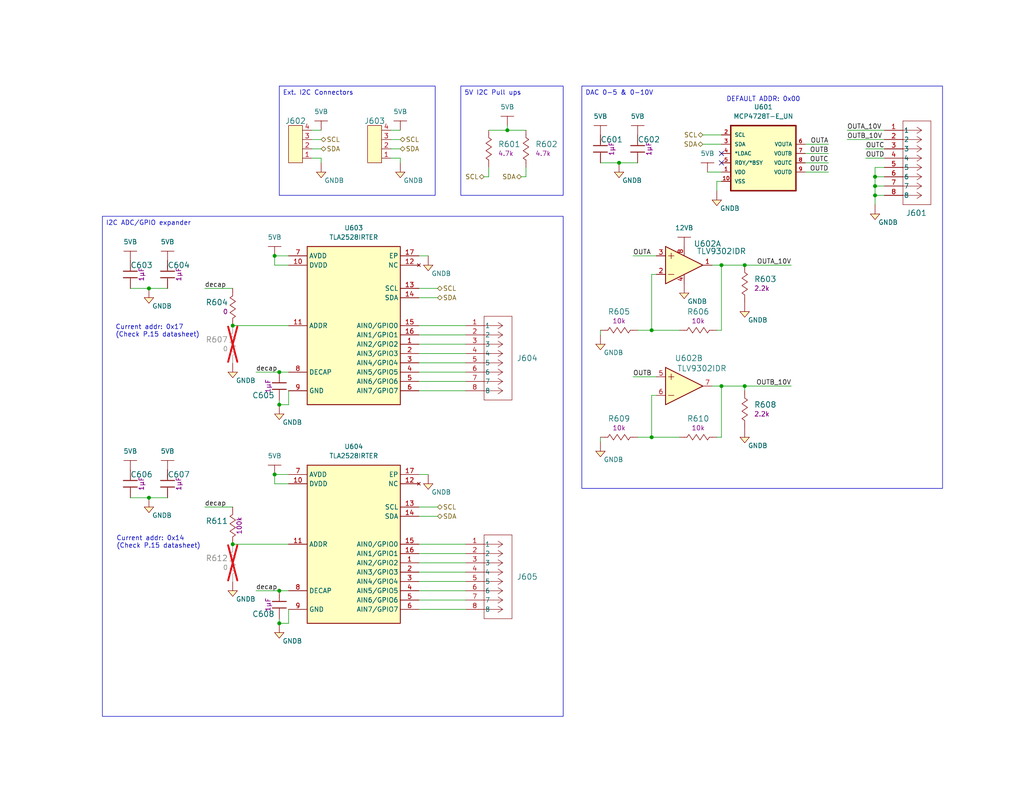
<source format=kicad_sch>
(kicad_sch (version 20231120) (generator "eeschema") (generator_version "8.0")
  (paper "USLetter")
  (title_block (title "I2C") (comment 1 "Gérémy Sauvageau"))
  (lib_symbols
    (symbol "ADC:TLA2528IRTER"
      (property "Reference" "U" (at 31.75 22.86 0))
      (property "Value" "TLA2528IRTER" (at 31.75 20.32 0))
      (symbol "TLA2528IRTER_1_1"
        (rectangle (start 5.08 17.78) (end 30.48 -25.4) (stroke (width 0.254)) (fill (type background)))
        (pin passive line (at 0 -8.89 0) (length 5.08) (name "AIN2/GPIO2") (number "1"))
        (pin passive line (at 35.56 12.7 180) (length 5.08) (name "DVDD") (number "10"))
        (pin passive line (at 35.56 -3.81 180) (length 5.08) (name "ADDR") (number "11"))
        (pin no_connect line (at 0 12.7 0) (length 5.08) (name "NC") (number "12"))
        (pin passive line (at 0 6.35 0) (length 5.08) (name "SCL") (number "13"))
        (pin passive line (at 0 3.81 0) (length 5.08) (name "SDA") (number "14"))
        (pin passive line (at 0 -3.81 0) (length 5.08) (name "AIN0/GPIO0") (number "15"))
        (pin passive line (at 0 -6.35 0) (length 5.08) (name "AIN1/GPIO1") (number "16"))
        (pin passive line (at 0 15.24 0) (length 5.08) (name "EP") (number "17"))
        (pin passive line (at 0 -11.43 0) (length 5.08) (name "AIN3/GPIO3") (number "2"))
        (pin passive line (at 0 -13.97 0) (length 5.08) (name "AIN4/GPIO4") (number "3"))
        (pin passive line (at 0 -16.51 0) (length 5.08) (name "AIN5/GPIO5") (number "4"))
        (pin passive line (at 0 -19.05 0) (length 5.08) (name "AIN6/GPIO6") (number "5"))
        (pin passive line (at 0 -21.59 0) (length 5.08) (name "AIN7/GPIO7") (number "6"))
        (pin passive line (at 35.56 15.24 180) (length 5.08) (name "AVDD") (number "7"))
        (pin passive line (at 35.56 -16.51 180) (length 5.08) (name "DECAP") (number "8"))
        (pin passive line (at 35.56 -21.59 180) (length 5.08) (name "GND") (number "9"))
      )
    )
    (symbol "Amplifiers:TLV9302IDR" (pin_names (offset 0.254))
      (property "Reference" "U" (at 0.762 -7.366 0))
      (property "Value" "TLV9302IDR" (at 0.762 -9.906 0))
      (symbol "TLV9302IDR_0_1"
        (polyline (pts (xy -3.048 -2.54) (xy -1.524 -2.54)))
        (polyline (pts (xy -3.048 2.54) (xy -1.524 2.54)))
        (polyline (pts (xy -2.286 3.302) (xy -2.286 1.778)))
        (polyline (pts (xy -3.81 5.08) (xy -3.81 -5.08) (xy 6.35 0) (xy -3.81 5.08)) (stroke (width 0.254)) (fill (type background)))
      )
      (symbol "TLV9302IDR_1_1"
        (pin output line (at 8.89 0 180) (length 2.54) (name "") (number "1"))
        (pin input line (at -6.35 -2.54 0) (length 2.54) (name "") (number "2"))
        (pin input line (at -6.35 2.54 0) (length 2.54) (name "") (number "3"))
        (pin power_in line (at 1.27 -5.08 90) (length 2.54) (name "") (number "4"))
        (pin power_in line (at 1.27 5.08 270) (length 2.54) (name "") (number "8"))
      )
      (symbol "TLV9302IDR_2_1"
        (pin input line (at -6.35 2.54 0) (length 2.54) (name "") (number "5"))
        (pin input line (at -6.35 -2.54 0) (length 2.54) (name "") (number "6"))
        (pin output line (at 8.89 0 180) (length 2.54) (name "") (number "7"))
      )
    )
    (symbol "Capacitors:885012106022" (pin_numbers hide) (pin_names (offset 0) hide)
      (property "Reference" "C" (at -1.27 4.064 0))
      (property "Capacitance (Farad)" "1µF" (at -1.27 -3.048 0))
      (symbol "885012106022_0_1"
        (polyline (pts (xy -2.54 0) (xy -2.286 0)))
        (polyline (pts (xy -2.159 1.905) (xy -2.159 -1.905)) (stroke (width 0.254)))
        (polyline (pts (xy -0.381 1.905) (xy -0.381 -1.905)) (stroke (width 0.254)))
        (polyline (pts (xy 0 0) (xy -0.254 0)))
        (polyline (pts (xy 0.635 0) (xy 1.27 0)))
      )
      (symbol "885012106022_1_1"
        (pin passive line (at -5.08 0 0) (length 2.54) (name "1") (number "1"))
        (pin passive line (at 2.54 0 180) (length 2.54) (name "2") (number "2"))
      )
    )
    (symbol "Connectors:2350514-8" (pin_names (offset 0.254))
      (property "Reference" "J" (at 8.89 6.35 0))
      (symbol "2350514-8_1_1"
        (polyline (pts (xy 5.08 -20.32) (xy 12.7 -20.32)) (stroke (width 0.127)))
        (polyline (pts (xy 5.08 2.54) (xy 5.08 -20.32)) (stroke (width 0.127)))
        (polyline (pts (xy 10.16 -17.78) (xy 5.08 -17.78)) (stroke (width 0.127)))
        (polyline (pts (xy 10.16 -17.78) (xy 8.89 -18.6267)) (stroke (width 0.127)))
        (polyline (pts (xy 10.16 -17.78) (xy 8.89 -16.9333)) (stroke (width 0.127)))
        (polyline (pts (xy 10.16 -15.24) (xy 5.08 -15.24)) (stroke (width 0.127)))
        (polyline (pts (xy 10.16 -15.24) (xy 8.89 -16.0867)) (stroke (width 0.127)))
        (polyline (pts (xy 10.16 -15.24) (xy 8.89 -14.3933)) (stroke (width 0.127)))
        (polyline (pts (xy 10.16 -12.7) (xy 5.08 -12.7)) (stroke (width 0.127)))
        (polyline (pts (xy 10.16 -12.7) (xy 8.89 -13.5467)) (stroke (width 0.127)))
        (polyline (pts (xy 10.16 -12.7) (xy 8.89 -11.8533)) (stroke (width 0.127)))
        (polyline (pts (xy 10.16 -10.16) (xy 5.08 -10.16)) (stroke (width 0.127)))
        (polyline (pts (xy 10.16 -10.16) (xy 8.89 -11.0067)) (stroke (width 0.127)))
        (polyline (pts (xy 10.16 -10.16) (xy 8.89 -9.3133)) (stroke (width 0.127)))
        (polyline (pts (xy 10.16 -7.62) (xy 5.08 -7.62)) (stroke (width 0.127)))
        (polyline (pts (xy 10.16 -7.62) (xy 8.89 -8.4667)) (stroke (width 0.127)))
        (polyline (pts (xy 10.16 -7.62) (xy 8.89 -6.7733)) (stroke (width 0.127)))
        (polyline (pts (xy 10.16 -5.08) (xy 5.08 -5.08)) (stroke (width 0.127)))
        (polyline (pts (xy 10.16 -5.08) (xy 8.89 -5.9267)) (stroke (width 0.127)))
        (polyline (pts (xy 10.16 -5.08) (xy 8.89 -4.2333)) (stroke (width 0.127)))
        (polyline (pts (xy 10.16 -2.54) (xy 5.08 -2.54)) (stroke (width 0.127)))
        (polyline (pts (xy 10.16 -2.54) (xy 8.89 -3.3867)) (stroke (width 0.127)))
        (polyline (pts (xy 10.16 -2.54) (xy 8.89 -1.6933)) (stroke (width 0.127)))
        (polyline (pts (xy 10.16 0) (xy 5.08 0)) (stroke (width 0.127)))
        (polyline (pts (xy 10.16 0) (xy 8.89 -0.8467)) (stroke (width 0.127)))
        (polyline (pts (xy 10.16 0) (xy 8.89 0.8467)) (stroke (width 0.127)))
        (polyline (pts (xy 12.7 -20.32) (xy 12.7 2.54)) (stroke (width 0.127)))
        (polyline (pts (xy 12.7 2.54) (xy 5.08 2.54)) (stroke (width 0.127)))
        (pin unspecified line (at 0 0 0) (length 5.08) (name "1") (number "1"))
        (pin unspecified line (at 0 -2.54 0) (length 5.08) (name "2") (number "2"))
        (pin unspecified line (at 0 -5.08 0) (length 5.08) (name "3") (number "3"))
        (pin unspecified line (at 0 -7.62 0) (length 5.08) (name "4") (number "4"))
        (pin unspecified line (at 0 -10.16 0) (length 5.08) (name "5") (number "5"))
        (pin unspecified line (at 0 -12.7 0) (length 5.08) (name "6") (number "6"))
        (pin unspecified line (at 0 -15.24 0) (length 5.08) (name "7") (number "7"))
        (pin unspecified line (at 0 -17.78 0) (length 5.08) (name "8") (number "8"))
      )
      (symbol "2350514-8_1_2"
        (polyline (pts (xy 5.08 -20.32) (xy 12.7 -20.32)) (stroke (width 0.127)))
        (polyline (pts (xy 5.08 2.54) (xy 5.08 -20.32)) (stroke (width 0.127)))
        (polyline (pts (xy 7.62 -17.78) (xy 5.08 -17.78)) (stroke (width 0.127)))
        (polyline (pts (xy 7.62 -17.78) (xy 8.89 -18.6267)) (stroke (width 0.127)))
        (polyline (pts (xy 7.62 -17.78) (xy 8.89 -16.9333)) (stroke (width 0.127)))
        (polyline (pts (xy 7.62 -15.24) (xy 5.08 -15.24)) (stroke (width 0.127)))
        (polyline (pts (xy 7.62 -15.24) (xy 8.89 -16.0867)) (stroke (width 0.127)))
        (polyline (pts (xy 7.62 -15.24) (xy 8.89 -14.3933)) (stroke (width 0.127)))
        (polyline (pts (xy 7.62 -12.7) (xy 5.08 -12.7)) (stroke (width 0.127)))
        (polyline (pts (xy 7.62 -12.7) (xy 8.89 -13.5467)) (stroke (width 0.127)))
        (polyline (pts (xy 7.62 -12.7) (xy 8.89 -11.8533)) (stroke (width 0.127)))
        (polyline (pts (xy 7.62 -10.16) (xy 5.08 -10.16)) (stroke (width 0.127)))
        (polyline (pts (xy 7.62 -10.16) (xy 8.89 -11.0067)) (stroke (width 0.127)))
        (polyline (pts (xy 7.62 -10.16) (xy 8.89 -9.3133)) (stroke (width 0.127)))
        (polyline (pts (xy 7.62 -7.62) (xy 5.08 -7.62)) (stroke (width 0.127)))
        (polyline (pts (xy 7.62 -7.62) (xy 8.89 -8.4667)) (stroke (width 0.127)))
        (polyline (pts (xy 7.62 -7.62) (xy 8.89 -6.7733)) (stroke (width 0.127)))
        (polyline (pts (xy 7.62 -5.08) (xy 5.08 -5.08)) (stroke (width 0.127)))
        (polyline (pts (xy 7.62 -5.08) (xy 8.89 -5.9267)) (stroke (width 0.127)))
        (polyline (pts (xy 7.62 -5.08) (xy 8.89 -4.2333)) (stroke (width 0.127)))
        (polyline (pts (xy 7.62 -2.54) (xy 5.08 -2.54)) (stroke (width 0.127)))
        (polyline (pts (xy 7.62 -2.54) (xy 8.89 -3.3867)) (stroke (width 0.127)))
        (polyline (pts (xy 7.62 -2.54) (xy 8.89 -1.6933)) (stroke (width 0.127)))
        (polyline (pts (xy 7.62 0) (xy 5.08 0)) (stroke (width 0.127)))
        (polyline (pts (xy 7.62 0) (xy 8.89 -0.8467)) (stroke (width 0.127)))
        (polyline (pts (xy 7.62 0) (xy 8.89 0.8467)) (stroke (width 0.127)))
        (polyline (pts (xy 12.7 -20.32) (xy 12.7 2.54)) (stroke (width 0.127)))
        (polyline (pts (xy 12.7 2.54) (xy 5.08 2.54)) (stroke (width 0.127)))
        (pin unspecified line (at 0 0 0) (length 5.08) (name "1") (number "1"))
        (pin unspecified line (at 0 -2.54 0) (length 5.08) (name "2") (number "2"))
        (pin unspecified line (at 0 -5.08 0) (length 5.08) (name "3") (number "3"))
        (pin unspecified line (at 0 -7.62 0) (length 5.08) (name "4") (number "4"))
        (pin unspecified line (at 0 -10.16 0) (length 5.08) (name "5") (number "5"))
        (pin unspecified line (at 0 -12.7 0) (length 5.08) (name "6") (number "6"))
        (pin unspecified line (at 0 -15.24 0) (length 5.08) (name "7") (number "7"))
        (pin unspecified line (at 0 -17.78 0) (length 5.08) (name "8") (number "8"))
      )
    )
    (symbol "Connectors:XH-4A connector" (pin_names (offset 0) hide)
      (property "Reference" "J" (at -1.27 10.16 0))
      (symbol "XH-4A connector_0_0"
        (rectangle (start -3.81 8.89) (end 0 -1.27) (fill (type background)))
      )
      (symbol "XH-4A connector_1_1"
        (pin passive line (at 2.54 0 180) (length 2.54) (name "~") (number "1"))
        (pin passive line (at 2.54 2.54 180) (length 2.54) (name "~") (number "2"))
        (pin passive line (at 2.54 5.08 180) (length 2.54) (name "~") (number "3"))
        (pin passive line (at 2.54 7.62 180) (length 2.54) (name "~") (number "4"))
      )
    )
    (symbol "DAC:MCP4728T-E_UN" (pin_names (offset 1.016))
      (property "Reference" "U" (at -4.6345 10.0076 0))
      (property "Value" "MCP4728T-E_UN" (at -5.9271 -18.2901 0))
      (symbol "MCP4728T-E_UN_0_0"
        (rectangle (start -8.89 8.89) (end 8.89 -8.89) (stroke (width 0.4064)) (fill (type background)))
      )
      (symbol "MCP4728T-E_UN_1_0"
        (pin power_in line (at -11.43 -3.81 0) (length 2.54) (name "VDD") (number "1"))
        (pin power_in line (at -11.43 -6.35 0) (length 2.54) (name "VSS") (number "10"))
        (pin input line (at -11.43 6.35 0) (length 2.54) (name "SCL") (number "2"))
        (pin bidirectional line (at -11.43 3.81 0) (length 2.54) (name "SDA") (number "3"))
        (pin input line (at -11.43 1.27 0) (length 2.54) (name "*LDAC") (number "4"))
        (pin output line (at -11.43 -1.27 0) (length 2.54) (name "RDY/*BSY") (number "5"))
        (pin output line (at 11.43 3.81 180) (length 2.54) (name "VOUTA") (number "6"))
        (pin output line (at 11.43 1.27 180) (length 2.54) (name "VOUTB") (number "7"))
        (pin output line (at 11.43 -1.27 180) (length 2.54) (name "VOUTC") (number "8"))
        (pin output line (at 11.43 -3.81 180) (length 2.54) (name "VOUTD") (number "9"))
      )
    )
    (symbol "Power_Port:12VB" (power) (pin_numbers hide) (pin_names (offset 0) hide)
      (property "Value" "12VB" (at -0.254 3.556 0))
      (symbol "12VB_0_1"
        (polyline (pts (xy -1.778 2.54) (xy 0 2.54)))
        (polyline (pts (xy 0 0) (xy 0 2.54)))
        (polyline (pts (xy 0 2.54) (xy 1.778 2.54)))
      )
      (symbol "12VB_1_1"
        (pin power_in line (at 0 0 90) (length 0) hide (name "12VB") (number "1"))
      )
    )
    (symbol "Power_Port:5VB" (power) (pin_numbers hide) (pin_names (offset 0) hide)
      (property "Value" "5VB" (at -0.254 3.556 0))
      (symbol "5VB_0_1"
        (polyline (pts (xy -1.778 2.54) (xy 0 2.54)))
        (polyline (pts (xy 0 0) (xy 0 2.54)))
        (polyline (pts (xy 0 2.54) (xy 1.778 2.54)))
      )
      (symbol "5VB_1_1"
        (pin power_in line (at 0 0 90) (length 0) hide (name "5VB") (number "1"))
      )
    )
    (symbol "Power_Port:GNDB" (power) (pin_numbers hide) (pin_names (offset 0) hide)
      (property "Value" "GNDB" (at 0 -2.54 0))
      (symbol "GNDB_0_1"
        (polyline (pts (xy 0 0) (xy 1.27 0)))
        (polyline (pts (xy -1.27 0) (xy 0 -1.524) (xy 1.27 0)) (fill (type background)))
        (polyline (pts (xy 0 2.54) (xy 0 0) (xy -1.27 0)))
      )
      (symbol "GNDB_1_1"
        (pin power_in line (at 0 2.54 90) (length 0) hide (name "GNDB") (number "1"))
      )
    )
    (symbol "Resistors:RC0805JR-070RL" (pin_numbers hide) (pin_names (offset 0) hide)
      (property "Reference" "R" (at 0 2.032 0))
      (property "Resistance (Ohms)" "0" (at 0 -1.778 0))
      (symbol "RC0805JR-070RL_0_1"
        (rectangle (start -3.048 0) (end -3.81 0))
        (polyline (pts (xy -3.048 0) (xy -2.54 0.762) (xy -2.032 0) (xy -1.524 -0.762) (xy -1.016 0) (xy -0.508 0.762) (xy 0 0) (xy 0.508 -0.762) (xy 1.016 0) (xy 1.524 0.762) (xy 2.032 0) (xy 2.54 -0.762) (xy 3.048 0)))
        (rectangle (start 3.81 0) (end 3.048 0))
      )
      (symbol "RC0805JR-070RL_1_1"
        (pin passive line (at -5.08 0 0) (length 1.27) (name "1") (number "1"))
        (pin passive line (at 5.08 0 180) (length 1.27) (name "2") (number "2"))
      )
    )
    (symbol "Resistors:RC0805JR-07100KL" (pin_numbers hide) (pin_names (offset 0) hide)
      (property "Reference" "R" (at 0 2.032 0))
      (property "Resistance (Ohms)" "100k" (at 0 -1.778 0))
      (symbol "RC0805JR-07100KL_0_1"
        (rectangle (start -3.048 0) (end -3.81 0))
        (polyline (pts (xy -3.048 0) (xy -2.54 0.762) (xy -2.032 0) (xy -1.524 -0.762) (xy -1.016 0) (xy -0.508 0.762) (xy 0 0) (xy 0.508 -0.762) (xy 1.016 0) (xy 1.524 0.762) (xy 2.032 0) (xy 2.54 -0.762) (xy 3.048 0)))
        (rectangle (start 3.81 0) (end 3.048 0))
      )
      (symbol "RC0805JR-07100KL_1_1"
        (pin passive line (at -5.08 0 0) (length 1.27) (name "1") (number "1"))
        (pin passive line (at 5.08 0 180) (length 1.27) (name "2") (number "2"))
      )
    )
    (symbol "Resistors:RC0805JR-0710KL" (pin_numbers hide) (pin_names (offset 0) hide)
      (property "Reference" "R" (at 0 2.032 0))
      (property "Resistance (Ohms)" "10k" (at 0 -1.778 0))
      (symbol "RC0805JR-0710KL_0_1"
        (rectangle (start -3.048 0) (end -3.81 0))
        (polyline (pts (xy -3.048 0) (xy -2.54 0.762) (xy -2.032 0) (xy -1.524 -0.762) (xy -1.016 0) (xy -0.508 0.762) (xy 0 0) (xy 0.508 -0.762) (xy 1.016 0) (xy 1.524 0.762) (xy 2.032 0) (xy 2.54 -0.762) (xy 3.048 0)))
        (rectangle (start 3.81 0) (end 3.048 0))
      )
      (symbol "RC0805JR-0710KL_1_1"
        (pin passive line (at -5.08 0 0) (length 1.27) (name "1") (number "1"))
        (pin passive line (at 5.08 0 180) (length 1.27) (name "2") (number "2"))
      )
    )
    (symbol "Resistors:RC0805JR-072K2L" (pin_numbers hide) (pin_names (offset 0) hide)
      (property "Reference" "R" (at 0 2.032 0))
      (property "Resistance (Ohms)" "2.2k" (at 0 -1.778 0))
      (symbol "RC0805JR-072K2L_0_1"
        (rectangle (start -3.048 0) (end -3.81 0))
        (polyline (pts (xy -3.048 0) (xy -2.54 0.762) (xy -2.032 0) (xy -1.524 -0.762) (xy -1.016 0) (xy -0.508 0.762) (xy 0 0) (xy 0.508 -0.762) (xy 1.016 0) (xy 1.524 0.762) (xy 2.032 0) (xy 2.54 -0.762) (xy 3.048 0)))
        (rectangle (start 3.81 0) (end 3.048 0))
      )
      (symbol "RC0805JR-072K2L_1_1"
        (pin passive line (at -5.08 0 0) (length 1.27) (name "1") (number "1"))
        (pin passive line (at 5.08 0 180) (length 1.27) (name "2") (number "2"))
      )
    )
    (symbol "Resistors:RC0805JR-074K7L" (pin_numbers hide) (pin_names (offset 0) hide)
      (property "Reference" "R" (at 0 2.032 0))
      (property "Resistance (Ohms)" "4.7k" (at 0 -1.778 0))
      (symbol "RC0805JR-074K7L_0_1"
        (rectangle (start -3.048 0) (end -3.81 0))
        (polyline (pts (xy -3.048 0) (xy -2.54 0.762) (xy -2.032 0) (xy -1.524 -0.762) (xy -1.016 0) (xy -0.508 0.762) (xy 0 0) (xy 0.508 -0.762) (xy 1.016 0) (xy 1.524 0.762) (xy 2.032 0) (xy 2.54 -0.762) (xy 3.048 0)))
        (rectangle (start 3.81 0) (end 3.048 0))
      )
      (symbol "RC0805JR-074K7L_1_1"
        (pin passive line (at -5.08 0 0) (length 1.27) (name "1") (number "1"))
        (pin passive line (at 5.08 0 180) (length 1.27) (name "2") (number "2"))
      )
    )
  )
  (junction (at 63.5 148.59))
  (junction (at 76.2 101.6))
  (junction (at 74.93 129.54))
  (junction (at 40.64 78.74))
  (junction (at 76.2 170.18))
  (junction (at 196.85 105.41))
  (junction (at 138.43 35.56))
  (junction (at 76.2 110.49))
  (junction (at 177.8 90.17))
  (junction (at 238.76 50.8))
  (junction (at 74.93 69.85))
  (junction (at 177.8 119.38))
  (junction (at 203.2 72.39))
  (junction (at 168.91 44.45))
  (junction (at 76.2 161.29))
  (junction (at 40.64 135.89))
  (junction (at 238.76 53.34))
  (junction (at 238.76 48.26))
  (junction (at 196.85 72.39))
  (junction (at 203.2 105.41))
  (junction (at 63.5 88.9))
  (no_connect (at 196.85 41.91))
  (no_connect (at 196.85 44.45))
  (wire (pts (xy 215.9 72.39) (xy 203.2 72.39)))
  (wire (pts (xy 114.3 101.6) (xy 127 101.6)))
  (wire (pts (xy 163.83 44.45) (xy 168.91 44.45)))
  (wire (pts (xy 236.22 40.64) (xy 241.3 40.64)))
  (wire (pts (xy 231.14 35.56) (xy 241.3 35.56)))
  (wire (pts (xy 85.09 43.18) (xy 87.63 43.18)))
  (wire (pts (xy 196.85 105.41) (xy 203.2 105.41)))
  (wire (pts (xy 114.3 163.83) (xy 127 163.83)))
  (wire (pts (xy 85.09 38.1) (xy 87.63 38.1)))
  (wire (pts (xy 241.3 45.72) (xy 238.76 45.72)))
  (wire (pts (xy 219.71 39.37) (xy 226.06 39.37)))
  (wire (pts (xy 109.22 43.18) (xy 109.22 44.45)))
  (wire (pts (xy 114.3 93.98) (xy 127 93.98)))
  (wire (pts (xy 114.3 156.21) (xy 127 156.21)))
  (wire (pts (xy 63.5 88.9) (xy 78.74 88.9)))
  (wire (pts (xy 219.71 41.91) (xy 226.06 41.91)))
  (wire (pts (xy 143.51 45.72) (xy 143.51 48.26)))
  (wire (pts (xy 238.76 53.34) (xy 238.76 55.88)))
  (wire (pts (xy 35.56 78.74) (xy 40.64 78.74)))
  (wire (pts (xy 238.76 50.8) (xy 238.76 53.34)))
  (wire (pts (xy 196.85 46.99) (xy 193.04 46.99)))
  (wire (pts (xy 163.83 90.17) (xy 163.83 91.44)))
  (wire (pts (xy 78.74 132.08) (xy 74.93 132.08)))
  (wire (pts (xy 196.85 105.41) (xy 196.85 119.38)))
  (wire (pts (xy 168.91 44.45) (xy 173.99 44.45)))
  (wire (pts (xy 78.74 110.49) (xy 78.74 106.68)))
  (wire (pts (xy 76.2 101.6) (xy 78.74 101.6)))
  (wire (pts (xy 195.58 52.07) (xy 195.58 49.53)))
  (wire (pts (xy 163.83 119.38) (xy 163.83 120.65)))
  (wire (pts (xy 74.93 132.08) (xy 74.93 129.54)))
  (wire (pts (xy 78.74 170.18) (xy 78.74 166.37)))
  (wire (pts (xy 133.35 35.56) (xy 138.43 35.56)))
  (wire (pts (xy 173.99 119.38) (xy 177.8 119.38)))
  (wire (pts (xy 106.68 35.56) (xy 109.22 35.56)))
  (wire (pts (xy 87.63 43.18) (xy 87.63 44.45)))
  (wire (pts (xy 114.3 151.13) (xy 127 151.13)))
  (wire (pts (xy 76.2 170.18) (xy 76.2 168.91)))
  (wire (pts (xy 106.68 43.18) (xy 109.22 43.18)))
  (wire (pts (xy 40.64 78.74) (xy 45.72 78.74)))
  (wire (pts (xy 241.3 53.34) (xy 238.76 53.34)))
  (wire (pts (xy 114.3 166.37) (xy 127 166.37)))
  (wire (pts (xy 219.71 44.45) (xy 226.06 44.45)))
  (wire (pts (xy 114.3 78.74) (xy 119.38 78.74)))
  (wire (pts (xy 76.2 161.29) (xy 78.74 161.29)))
  (wire (pts (xy 114.3 106.68) (xy 127 106.68)))
  (wire (pts (xy 196.85 72.39) (xy 203.2 72.39)))
  (wire (pts (xy 114.3 88.9) (xy 127 88.9)))
  (wire (pts (xy 76.2 170.18) (xy 78.74 170.18)))
  (wire (pts (xy 40.64 135.89) (xy 45.72 135.89)))
  (wire (pts (xy 238.76 45.72) (xy 238.76 48.26)))
  (wire (pts (xy 63.5 148.59) (xy 78.74 148.59)))
  (wire (pts (xy 177.8 74.93) (xy 177.8 90.17)))
  (wire (pts (xy 194.31 72.39) (xy 196.85 72.39)))
  (wire (pts (xy 172.72 102.87) (xy 179.07 102.87)))
  (wire (pts (xy 203.2 105.41) (xy 215.9 105.41)))
  (wire (pts (xy 114.3 158.75) (xy 127 158.75)))
  (wire (pts (xy 194.31 105.41) (xy 196.85 105.41)))
  (wire (pts (xy 195.58 119.38) (xy 196.85 119.38)))
  (wire (pts (xy 114.3 69.85) (xy 116.84 69.85)))
  (wire (pts (xy 85.09 40.64) (xy 87.63 40.64)))
  (wire (pts (xy 114.3 129.54) (xy 116.84 129.54)))
  (wire (pts (xy 173.99 90.17) (xy 177.8 90.17)))
  (wire (pts (xy 76.2 110.49) (xy 78.74 110.49)))
  (wire (pts (xy 76.2 110.49) (xy 76.2 109.22)))
  (wire (pts (xy 238.76 48.26) (xy 238.76 50.8)))
  (wire (pts (xy 114.3 153.67) (xy 127 153.67)))
  (wire (pts (xy 177.8 119.38) (xy 185.42 119.38)))
  (wire (pts (xy 191.77 36.83) (xy 196.85 36.83)))
  (wire (pts (xy 85.09 35.56) (xy 87.63 35.56)))
  (wire (pts (xy 63.5 138.43) (xy 55.88 138.43)))
  (wire (pts (xy 195.58 49.53) (xy 196.85 49.53)))
  (wire (pts (xy 69.85 161.29) (xy 76.2 161.29)))
  (wire (pts (xy 63.5 78.74) (xy 55.88 78.74)))
  (wire (pts (xy 114.3 161.29) (xy 127 161.29)))
  (wire (pts (xy 203.2 105.41) (xy 203.2 106.68)))
  (wire (pts (xy 238.76 50.8) (xy 241.3 50.8)))
  (wire (pts (xy 179.07 74.93) (xy 177.8 74.93)))
  (wire (pts (xy 106.68 40.64) (xy 109.22 40.64)))
  (wire (pts (xy 238.76 48.26) (xy 241.3 48.26)))
  (wire (pts (xy 114.3 138.43) (xy 119.38 138.43)))
  (wire (pts (xy 191.77 39.37) (xy 196.85 39.37)))
  (wire (pts (xy 138.43 34.29) (xy 138.43 35.56)))
  (wire (pts (xy 106.68 38.1) (xy 109.22 38.1)))
  (wire (pts (xy 196.85 90.17) (xy 196.85 72.39)))
  (wire (pts (xy 114.3 104.14) (xy 127 104.14)))
  (wire (pts (xy 114.3 140.97) (xy 119.38 140.97)))
  (wire (pts (xy 78.74 72.39) (xy 74.93 72.39)))
  (wire (pts (xy 133.35 45.72) (xy 133.35 48.26)))
  (wire (pts (xy 177.8 90.17) (xy 185.42 90.17)))
  (wire (pts (xy 219.71 46.99) (xy 226.06 46.99)))
  (wire (pts (xy 177.8 107.95) (xy 177.8 119.38)))
  (wire (pts (xy 114.3 91.44) (xy 127 91.44)))
  (wire (pts (xy 74.93 72.39) (xy 74.93 69.85)))
  (wire (pts (xy 74.93 69.85) (xy 78.74 69.85)))
  (wire (pts (xy 74.93 129.54) (xy 78.74 129.54)))
  (wire (pts (xy 114.3 96.52) (xy 127 96.52)))
  (wire (pts (xy 231.14 38.1) (xy 241.3 38.1)))
  (wire (pts (xy 69.85 101.6) (xy 76.2 101.6)))
  (wire (pts (xy 236.22 43.18) (xy 241.3 43.18)))
  (wire (pts (xy 138.43 35.56) (xy 143.51 35.56)))
  (wire (pts (xy 172.72 69.85) (xy 179.07 69.85)))
  (wire (pts (xy 35.56 135.89) (xy 40.64 135.89)))
  (wire (pts (xy 114.3 81.28) (xy 119.38 81.28)))
  (wire (pts (xy 114.3 148.59) (xy 127 148.59)))
  (wire (pts (xy 132.08 48.26) (xy 133.35 48.26)))
  (wire (pts (xy 114.3 99.06) (xy 127 99.06)))
  (wire (pts (xy 142.24 48.26) (xy 143.51 48.26)))
  (wire (pts (xy 179.07 107.95) (xy 177.8 107.95)))
  (wire (pts (xy 195.58 90.17) (xy 196.85 90.17)))
  (text_box "Ext. I2C Connectors" (at 76.2 23.495 0) (size 42.545 29.845) (effects (font (size 1.27 1.27)) (justify left top)))
  (text_box "5V I2C Pull ups" (at 125.73 23.495 0) (size 27.94 29.845) (effects (font (size 1.27 1.27)) (justify left top)))
  (text_box "I2C ADC/GPIO expander" (at 27.94 59.055 0) (size 125.73 136.525) (effects (font (size 1.27 1.27)) (justify left top)))
  (text_box "DAC 0-5 & 0-10V" (at 158.75 23.495 0) (size 98.425 109.855) (effects (font (size 1.27 1.27)) (justify left top)))
  (text "Current addr: 0x17 \n(Check P.15 datasheet)" (at 31.496 92.202 0) (effects (font (size 1.27 1.27)) (justify left bottom)))
  (text "Current addr: 0x14 \n(Check P.15 datasheet)" (at 31.75 149.86 0) (effects (font (size 1.27 1.27)) (justify left bottom)))
  (text "DEFAULT ADDR: 0x00" (at 208.28 27.178 0) (effects (font (size 1.27 1.27))))
  (label "OUTB" (at 172.72 102.87 0))
  (label "OUTA" (at 226.06 39.37 180))
  (label "OUTC" (at 226.06 44.45 180))
  (label "OUTA_10V" (at 231.14 35.56 0))
  (label "decap" (at 69.85 101.6 0))
  (label "OUTA_10V" (at 215.9 72.39 180))
  (label "decap" (at 55.88 78.74 0))
  (label "OUTA" (at 172.72 69.85 0))
  (label "OUTC" (at 236.22 40.64 0))
  (label "OUTD" (at 226.06 46.99 180))
  (label "OUTB_10V" (at 231.14 38.1 0))
  (label "OUTD" (at 236.22 43.18 0))
  (label "OUTB" (at 226.06 41.91 180))
  (label "decap" (at 55.88 138.43 0))
  (label "OUTB_10V" (at 215.9 105.41 180))
  (label "decap" (at 69.85 161.29 0))
  (hierarchical_label "SDA" (shape bidirectional) (at 119.38 81.28 0))
  (hierarchical_label "SCL" (shape bidirectional) (at 119.38 78.74 0))
  (hierarchical_label "SDA" (shape bidirectional) (at 142.24 48.26 180))
  (hierarchical_label "SCL" (shape bidirectional) (at 132.08 48.26 180))
  (hierarchical_label "SCL" (shape bidirectional) (at 191.77 36.83 180))
  (hierarchical_label "SDA" (shape bidirectional) (at 87.63 40.64 0))
  (hierarchical_label "SCL" (shape bidirectional) (at 119.38 138.43 0))
  (hierarchical_label "SDA" (shape bidirectional) (at 109.22 40.64 0))
  (hierarchical_label "SDA" (shape bidirectional) (at 191.77 39.37 180))
  (hierarchical_label "SCL" (shape bidirectional) (at 87.63 38.1 0))
  (hierarchical_label "SCL" (shape bidirectional) (at 109.22 38.1 0))
  (hierarchical_label "SDA" (shape bidirectional) (at 119.38 140.97 0))
  (symbol (lib_id "Amplifiers:TLV9302IDR") (at 185.42 105.41 0) (unit 2)
    (property "Reference" "U602" (at 187.96 97.79 0) (effects (font (size 1.524 1.524))))
    (property "Value" "TLV9302IDR" (at 191.516 100.584 0) (effects (font (size 1.524 1.524))))
    (property "Footprint" "Assembly:IC8_TLV9302IDR_TEX" (effects (hide yes)))
    (property "Datasheet" "https://www.ti.com/lit/ds/symlink/tlv9301.pdf?HQS=dis-dk-null-digikeymode-dsf-pf-null-wwe&ts=1715651561791" (effects (hide yes)))
    (property "Description" "IC OPAMP GP 2 CIRCUIT 8SOIC" (effects (hide yes)))
    (property "Manufacturer" "Texas Instruments" (effects (hide yes)))
    (property "Manufacturer Part Number" "TLV9302IDR" (effects (hide yes)))
    (property "Supplier" "Digikey" (effects (hide yes)))
    (property "Supplier Part Number" "296-53513-1-ND" (effects (hide yes)))
  )
  (symbol (lib_id "Power_Port:GNDB") (at 195.58 54.61 0) (unit 1)
    (property "Reference" "#PWR0610" (effects (hide yes)))
    (property "Value" "GNDB" (at 199.136 56.896 0))
  )
  (symbol (lib_id "Power_Port:GNDB") (at 76.2 113.03 0) (unit 1)
    (property "Reference" "#PWR0622" (effects (hide yes)))
    (property "Value" "GNDB" (at 79.756 115.316 0))
  )
  (symbol (lib_id "Capacitors:885012106022") (at 35.56 130.81 90) (unit 1)
    (property "Reference" "C606" (at 35.56 129.54 90) (effects (font (size 1.524 1.524)) (justify right)))
    (property "Value" "885012107015" (effects (hide yes)))
    (property "Footprint" "Capacitors:C0603" (effects (hide yes)))
    (property "Datasheet" "https://www.we-online.de/katalog/datasheet/885012106022.pdf" (effects (hide yes)))
    (property "Description" "CAP CER 1UF 25V X5R 0603" (effects (hide yes)))
    (property "Supplier" "Digikey" (effects (hide yes)))
    (property "Supplier Part Number" "732-7919-1-ND" (effects (hide yes)))
    (property "Manufacturer" "Wurth Electronics Inc." (effects (hide yes)))
    (property "Manufacturer Part Number" "885012106022" (effects (hide yes)))
    (property "Capacitance (Farad)" "1µF" (at 38.608 132.08 0))
    (property "Tolerance (%)" "±20%" (effects (hide yes)))
    (property "Voltage Rated (Volt)" "25V" (effects (hide yes)))
  )
  (symbol (lib_id "Resistors:RC0805JR-072K2L") (at 203.2 111.76 90) (unit 1)
    (property "Reference" "R608" (at 205.74 110.4899 90) (effects (font (size 1.524 1.524)) (justify right)))
    (property "Value" "RC0805JR-072K2L" (effects (hide yes)))
    (property "Footprint" "Resistors:R0805" (effects (hide yes)))
    (property "Datasheet" "http://www.yageo.com/documents/recent/PYu-RC_Group_51_RoHS_L_7.pdf" (effects (hide yes)))
    (property "Description" "RES SMD 2.2K OHM 5% 1/8W 0805" (effects (hide yes)))
    (property "Supplier" "Digikey" (effects (hide yes)))
    (property "Supplier Part Number" "311-2.2KARCT-ND" (effects (hide yes)))
    (property "Manufacturer" "Yageo" (effects (hide yes)))
    (property "Manufacturer Part Number" "RC0805JR-072K2L" (effects (hide yes)))
    (property "Resistance (Ohms)" "2.2k" (at 205.74 113.0299 90) (effects (justify right)))
    (property "Tolerance (%)" "±5%" (effects (hide yes)))
    (property "Puissance (Watts)" "1/8W" (effects (hide yes)))
  )
  (symbol (lib_id "Power_Port:GNDB") (at 203.2 119.38 0) (unit 1)
    (property "Reference" "#PWR0623" (effects (hide yes)))
    (property "Value" "GNDB" (at 206.756 121.666 0))
  )
  (symbol (lib_id "DAC:MCP4728T-E_UN") (at 208.28 43.18 0) (unit 1)
    (property "Reference" "U601" (at 208.28 29.21 0))
    (property "Value" "MCP4728T-E_UN" (at 208.28 31.75 0))
    (property "Footprint" "IC:SOP50P490X110-10N" (effects (hide yes)))
    (property "Datasheet" "https://ww1.microchip.com/downloads/en/DeviceDoc/22187E.pdf" (effects (hide yes)))
    (property "Description" "DAC 12bit 4ch" (effects (hide yes)))
    (property "Supplier" "Digikey" (effects (hide yes)))
    (property "Supplier Part Number" "MCP4728T-E/UNCT-ND" (effects (hide yes)))
    (property "Manufacturer" "Microchip" (effects (hide yes)))
    (property "Manufacturer Part Number" "MCP4728T-E_UN" (effects (hide yes)))
  )
  (symbol (lib_id "Capacitors:885012106022") (at 163.83 39.37 90) (unit 1)
    (property "Reference" "C601" (at 163.83 38.1 90) (effects (font (size 1.524 1.524)) (justify right)))
    (property "Value" "885012107015" (effects (hide yes)))
    (property "Footprint" "Capacitors:C0603" (effects (hide yes)))
    (property "Datasheet" "https://www.we-online.de/katalog/datasheet/885012106022.pdf" (effects (hide yes)))
    (property "Description" "CAP CER 1UF 25V X5R 0603" (effects (hide yes)))
    (property "Supplier" "Digikey" (effects (hide yes)))
    (property "Supplier Part Number" "732-7919-1-ND" (effects (hide yes)))
    (property "Manufacturer" "Wurth Electronics Inc." (effects (hide yes)))
    (property "Manufacturer Part Number" "885012106022" (effects (hide yes)))
    (property "Capacitance (Farad)" "1µF" (at 166.878 40.64 0))
    (property "Tolerance (%)" "±20%" (effects (hide yes)))
    (property "Voltage Rated (Volt)" "25V" (effects (hide yes)))
  )
  (symbol (lib_id "Connectors:2350514-8") (at 127 148.59 0) (unit 1)
    (property "Reference" "J605" (at 140.97 157.4799 0) (effects (font (size 1.524 1.524)) (justify left)))
    (property "Value" "2350514-8" (effects (hide yes)))
    (property "Footprint" "Connectors:CONN8_2350514-8_TEC" (effects (hide yes)))
    (property "Description" "Terminal block 8pos 3.5mm" (effects (hide yes)))
    (property "Manufacturer" "TE Connectivity" (effects (hide yes)))
    (property "Manufacturer Part Number" "2350514-8" (effects (hide yes)))
    (property "Supplier" "Digikey" (effects (hide yes)))
    (property "Supplier Part Number" "A145383-ND" (effects (hide yes)))
  )
  (symbol (lib_id "Power_Port:5VB") (at 87.63 35.56 0) (unit 1)
    (property "Reference" "#PWR0602" (effects (hide yes)))
    (property "Value" "5VB" (at 87.63 30.48 0))
  )
  (symbol (lib_id "Power_Port:5VB") (at 138.43 34.29 0) (unit 1)
    (property "Reference" "#PWR0601" (effects (hide yes)))
    (property "Value" "5VB" (at 138.43 29.21 0))
  )
  (symbol (lib_id "Connectors:2350514-8") (at 241.3 35.56 0) (unit 1)
    (property "Reference" "J601" (at 247.142 58.166 0) (effects (font (size 1.524 1.524)) (justify left)))
    (property "Value" "2350514-8" (effects (hide yes)))
    (property "Footprint" "Connectors:CONN8_2350514-8_TEC" (effects (hide yes)))
    (property "Description" "Terminal block 8pos 3.5mm" (effects (hide yes)))
    (property "Manufacturer" "TE Connectivity" (effects (hide yes)))
    (property "Manufacturer Part Number" "2350514-8" (effects (hide yes)))
    (property "Supplier" "Digikey" (effects (hide yes)))
    (property "Supplier Part Number" "A145383-ND" (effects (hide yes)))
  )
  (symbol (lib_id "Power_Port:GNDB") (at 168.91 46.99 0) (unit 1)
    (property "Reference" "#PWR0608" (effects (hide yes)))
    (property "Value" "GNDB" (at 172.466 49.276 0))
  )
  (symbol (lib_id "Power_Port:5VB") (at 35.56 71.12 0) (unit 1)
    (property "Reference" "#PWR0614" (effects (hide yes)))
    (property "Value" "5VB" (at 35.56 66.04 0))
  )
  (symbol (lib_id "Power_Port:GNDB") (at 87.63 46.99 0) (unit 1)
    (property "Reference" "#PWR0606" (effects (hide yes)))
    (property "Value" "GNDB" (at 91.186 49.276 0))
  )
  (symbol (lib_id "Power_Port:GNDB") (at 40.64 81.28 0) (unit 1)
    (property "Reference" "#PWR0618" (effects (hide yes)))
    (property "Value" "GNDB" (at 44.196 83.566 0))
  )
  (symbol (lib_id "Power_Port:5VB") (at 163.83 36.83 0) (unit 1)
    (property "Reference" "#PWR0604" (effects (hide yes)))
    (property "Value" "5VB" (at 163.83 31.75 0))
  )
  (symbol (lib_id "ADC:TLA2528IRTER") (at 114.3 85.09 0) (mirror y) (unit 1)
    (property "Reference" "U603" (at 96.52 62.23 0))
    (property "Value" "TLA2528IRTER" (at 96.52 64.77 0))
    (property "Footprint" "QFN50P300X300X80-17N-D" (effects (hide yes)))
    (property "Datasheet" "https://www.ti.com/lit/ds/symlink/tla2528.pdf?ts=1596615195592&ref_url=https%253A%252F%252Fwww.ti.com%252Fproduct%252FTLA2528%253Futm_source%253Dgoogle%2526utm_medium%253Dcpc%2526utm_campaign%253Dasc-null-null-gpn_en-cpc-pf-google-eu%2526utm_content%253Dt" (effects (hide yes)))
    (property "Description" "Analog to Digital Converters - ADC Small 8-channel 12-bit analog-to-digital converter (ADC) with I2C interface and GPIOs 16-WQFN -40 to 85" (effects (hide yes)))
    (property "Height" "0.8" (effects (hide yes)))
    (property "Mouser Part Number" "595-TLA2528IRTER" (effects (hide yes)))
    (property "Mouser Price/Stock" "https://www.mouser.co.uk/ProductDetail/Texas-Instruments/TLA2528IRTER?qs=%252B6g0mu59x7KfRzJN7APgZw%3D%3D" (effects (hide yes)))
    (property "Manufacturer_Name" "Texas Instruments" (effects (hide yes)))
    (property "Manufacturer_Part_Number" "TLA2528IRTER" (effects (hide yes)))
  )
  (symbol (lib_id "Power_Port:GNDB") (at 40.64 138.43 0) (unit 1)
    (property "Reference" "#PWR0629" (effects (hide yes)))
    (property "Value" "GNDB" (at 44.196 140.716 0))
  )
  (symbol (lib_id "Connectors:XH-4A connector") (at 104.14 43.18 0) (unit 1)
    (property "Reference" "J603" (at 102.235 33.02 0) (effects (font (size 1.524 1.524))))
    (property "Value" "XH-4A connector" (effects (hide yes)))
    (property "Footprint" "Connectors:XH-4A" (effects (hide yes)))
    (property "Datasheet" "D" (effects (hide yes)))
    (property "Description" "Pin Male Single Row Pin Header Strip" (effects (hide yes)))
    (property "Supplier" "Ebay" (effects (hide yes)))
    (property "Manufacturer" "Manufacturer" (effects (hide yes)))
    (property "Manufacturer Part Number" "Manufacturer Part Number" (effects (hide yes)))
  )
  (symbol (lib_id "Resistors:RC0805JR-072K2L") (at 203.2 77.47 90) (unit 1)
    (property "Reference" "R603" (at 205.74 76.1999 90) (effects (font (size 1.524 1.524)) (justify right)))
    (property "Value" "RC0805JR-072K2L" (effects (hide yes)))
    (property "Footprint" "Resistors:R0805" (effects (hide yes)))
    (property "Datasheet" "http://www.yageo.com/documents/recent/PYu-RC_Group_51_RoHS_L_7.pdf" (effects (hide yes)))
    (property "Description" "RES SMD 2.2K OHM 5% 1/8W 0805" (effects (hide yes)))
    (property "Supplier" "Digikey" (effects (hide yes)))
    (property "Supplier Part Number" "311-2.2KARCT-ND" (effects (hide yes)))
    (property "Manufacturer" "Yageo" (effects (hide yes)))
    (property "Manufacturer Part Number" "RC0805JR-072K2L" (effects (hide yes)))
    (property "Resistance (Ohms)" "2.2k" (at 205.74 78.7399 90) (effects (justify right)))
    (property "Tolerance (%)" "±5%" (effects (hide yes)))
    (property "Puissance (Watts)" "1/8W" (effects (hide yes)))
  )
  (symbol (lib_id "Power_Port:GNDB") (at 203.2 85.09 0) (unit 1)
    (property "Reference" "#PWR0619" (effects (hide yes)))
    (property "Value" "GNDB" (at 206.756 87.376 0))
  )
  (symbol (lib_id "Power_Port:GNDB") (at 186.69 80.01 0) (unit 1)
    (property "Reference" "#PWR0617" (effects (hide yes)))
    (property "Value" "GNDB" (at 190.246 82.296 0))
  )
  (symbol (lib_id "Capacitors:885012106022") (at 45.72 130.81 90) (unit 1)
    (property "Reference" "C607" (at 45.72 129.54 90) (effects (font (size 1.524 1.524)) (justify right)))
    (property "Value" "885012107015" (effects (hide yes)))
    (property "Footprint" "Capacitors:C0603" (effects (hide yes)))
    (property "Datasheet" "https://www.we-online.de/katalog/datasheet/885012106022.pdf" (effects (hide yes)))
    (property "Description" "CAP CER 1UF 25V X5R 0603" (effects (hide yes)))
    (property "Supplier" "Digikey" (effects (hide yes)))
    (property "Supplier Part Number" "732-7919-1-ND" (effects (hide yes)))
    (property "Manufacturer" "Wurth Electronics Inc." (effects (hide yes)))
    (property "Manufacturer Part Number" "885012106022" (effects (hide yes)))
    (property "Capacitance (Farad)" "1µF" (at 48.768 132.08 0))
    (property "Tolerance (%)" "±20%" (effects (hide yes)))
    (property "Voltage Rated (Volt)" "25V" (effects (hide yes)))
  )
  (symbol (lib_id "Resistors:RC0805JR-0710KL") (at 168.91 90.17 0) (unit 1)
    (property "Reference" "R605" (at 168.91 85.09 0) (effects (font (size 1.524 1.524))))
    (property "Value" "RC0805JR-0710KL" (effects (hide yes)))
    (property "Footprint" "Resistors:R0805" (effects (hide yes)))
    (property "Datasheet" "http://www.yageo.com/documents/recent/PYu-RC_Group_51_RoHS_L_7.pdf" (effects (hide yes)))
    (property "Description" "RES SMD 10K OHM 5% 1/8W 0805" (effects (hide yes)))
    (property "Supplier" "Digikey" (effects (hide yes)))
    (property "Supplier Part Number" "311-10KARCT-ND" (effects (hide yes)))
    (property "Manufacturer" "Yageo" (effects (hide yes)))
    (property "Manufacturer Part Number" "RC0805JR-0710KL" (effects (hide yes)))
    (property "Resistance (Ohms)" "10k" (at 168.91 87.63 0))
    (property "Tolerance (%)" "±5%" (effects (hide yes)))
    (property "Puissance (Watts)" "1/8W" (effects (hide yes)))
  )
  (symbol (lib_id "Power_Port:GNDB") (at 109.22 46.99 0) (unit 1)
    (property "Reference" "#PWR0607" (effects (hide yes)))
    (property "Value" "GNDB" (at 112.776 49.276 0))
  )
  (symbol (lib_id "Power_Port:5VB") (at 74.93 69.85 0) (unit 1)
    (property "Reference" "#PWR0613" (effects (hide yes)))
    (property "Value" "5VB" (at 74.93 64.77 0))
  )
  (symbol (lib_id "Power_Port:5VB") (at 109.22 35.56 0) (unit 1)
    (property "Reference" "#PWR0603" (effects (hide yes)))
    (property "Value" "5VB" (at 109.22 30.48 0))
  )
  (symbol (lib_id "Amplifiers:TLV9302IDR") (at 185.42 72.39 0) (unit 1)
    (property "Reference" "U602" (at 193.04 66.548 0) (effects (font (size 1.524 1.524))))
    (property "Value" "TLV9302IDR" (at 196.85 68.58 0) (effects (font (size 1.524 1.524))))
    (property "Footprint" "Assembly:IC8_TLV9302IDR_TEX" (effects (hide yes)))
    (property "Datasheet" "https://www.ti.com/lit/ds/symlink/tlv9301.pdf?HQS=dis-dk-null-digikeymode-dsf-pf-null-wwe&ts=1715651561791" (effects (hide yes)))
    (property "Description" "IC OPAMP GP 2 CIRCUIT 8SOIC" (effects (hide yes)))
    (property "Manufacturer" "Texas Instruments" (effects (hide yes)))
    (property "Manufacturer Part Number" "TLV9302IDR" (effects (hide yes)))
    (property "Supplier" "Digikey" (effects (hide yes)))
    (property "Supplier Part Number" "296-53513-1-ND" (effects (hide yes)))
  )
  (symbol (lib_id "Resistors:RC0805JR-070RL") (at 63.5 153.67 90) (mirror x) (unit 1) (dnp yes)
    (property "Reference" "R612" (at 62.23 152.4 90) (effects (font (size 1.524 1.524)) (justify left)))
    (property "Value" "RC0805JR-070RL" (effects (hide yes)))
    (property "Footprint" "Resistors:R0603" (effects (hide yes)))
    (property "Datasheet" "http://www.yageo.com/documents/recent/PYu-RC_Group_51_RoHS_L_7.pdf" (effects (hide yes)))
    (property "Description" "RES SMD 0.0 OHM JUMPER 1/8W 0805" (effects (hide yes)))
    (property "Supplier" "Digikey" (effects (hide yes)))
    (property "Supplier Part Number" "311-0.0ARCT-ND" (effects (hide yes)))
    (property "Manufacturer" "Yageo" (effects (hide yes)))
    (property "Manufacturer Part Number" "RC0805JR-070RL" (effects (hide yes)))
    (property "Resistance (Ohms)" "0" (at 62.23 154.94 90) (effects (justify left)))
    (property "Tolerance (%)" "0" (effects (hide yes)))
    (property "Puissance (Watts)" "1/8W" (effects (hide yes)))
  )
  (symbol (lib_id "Power_Port:12VB") (at 186.69 67.31 0) (unit 1)
    (property "Reference" "#PWR0612" (effects (hide yes)))
    (property "Value" "12VB" (at 186.69 62.23 0))
  )
  (symbol (lib_id "Resistors:RC0805JR-074K7L") (at 133.35 40.64 90) (unit 1)
    (property "Reference" "R601" (at 135.89 39.3699 90) (effects (font (size 1.524 1.524)) (justify right)))
    (property "Value" "RC0805JR-074K7L" (effects (hide yes)))
    (property "Footprint" "Resistors:R0805" (effects (hide yes)))
    (property "Datasheet" "http://www.yageo.com/documents/recent/PYu-RC_Group_51_RoHS_L_7.pdf" (effects (hide yes)))
    (property "Description" "RES SMD 4.7K OHM 5% 1/8W 0805" (effects (hide yes)))
    (property "Supplier" "Digikey" (effects (hide yes)))
    (property "Supplier Part Number" "311-4.7KARCT-ND" (effects (hide yes)))
    (property "Manufacturer" "Yageo" (effects (hide yes)))
    (property "Manufacturer Part Number" "RC0805JR-074K7L" (effects (hide yes)))
    (property "Resistance (Ohms)" "4.7k" (at 135.89 41.9099 90) (effects (justify right)))
    (property "Tolerance (%)" "±5%" (effects (hide yes)))
    (property "Puissance (Watts)" "1/8W" (effects (hide yes)))
  )
  (symbol (lib_id "Resistors:RC0805JR-0710KL") (at 190.5 119.38 0) (unit 1)
    (property "Reference" "R610" (at 190.5 114.3 0) (effects (font (size 1.524 1.524))))
    (property "Value" "RC0805JR-0710KL" (effects (hide yes)))
    (property "Footprint" "Resistors:R0805" (effects (hide yes)))
    (property "Datasheet" "http://www.yageo.com/documents/recent/PYu-RC_Group_51_RoHS_L_7.pdf" (effects (hide yes)))
    (property "Description" "RES SMD 10K OHM 5% 1/8W 0805" (effects (hide yes)))
    (property "Supplier" "Digikey" (effects (hide yes)))
    (property "Supplier Part Number" "311-10KARCT-ND" (effects (hide yes)))
    (property "Manufacturer" "Yageo" (effects (hide yes)))
    (property "Manufacturer Part Number" "RC0805JR-0710KL" (effects (hide yes)))
    (property "Resistance (Ohms)" "10k" (at 190.5 116.84 0))
    (property "Tolerance (%)" "±5%" (effects (hide yes)))
    (property "Puissance (Watts)" "1/8W" (effects (hide yes)))
  )
  (symbol (lib_id "Power_Port:GNDB") (at 63.5 101.6 0) (unit 1)
    (property "Reference" "#PWR0621" (effects (hide yes)))
    (property "Value" "GNDB" (at 67.056 103.886 0))
  )
  (symbol (lib_id "Power_Port:5VB") (at 45.72 71.12 0) (unit 1)
    (property "Reference" "#PWR0615" (effects (hide yes)))
    (property "Value" "5VB" (at 45.72 66.04 0))
  )
  (symbol (lib_id "Power_Port:5VB") (at 173.99 36.83 0) (unit 1)
    (property "Reference" "#PWR0605" (effects (hide yes)))
    (property "Value" "5VB" (at 173.99 31.75 0))
  )
  (symbol (lib_id "ADC:TLA2528IRTER") (at 114.3 144.78 0) (mirror y) (unit 1)
    (property "Reference" "U604" (at 96.52 121.92 0))
    (property "Value" "TLA2528IRTER" (at 96.52 124.46 0))
    (property "Footprint" "QFN50P300X300X80-17N-D" (effects (hide yes)))
    (property "Datasheet" "https://www.ti.com/lit/ds/symlink/tla2528.pdf?ts=1596615195592&ref_url=https%253A%252F%252Fwww.ti.com%252Fproduct%252FTLA2528%253Futm_source%253Dgoogle%2526utm_medium%253Dcpc%2526utm_campaign%253Dasc-null-null-gpn_en-cpc-pf-google-eu%2526utm_content%253Dt" (effects (hide yes)))
    (property "Description" "Analog to Digital Converters - ADC Small 8-channel 12-bit analog-to-digital converter (ADC) with I2C interface and GPIOs 16-WQFN -40 to 85" (effects (hide yes)))
    (property "Height" "0.8" (effects (hide yes)))
    (property "Mouser Part Number" "595-TLA2528IRTER" (effects (hide yes)))
    (property "Mouser Price/Stock" "https://www.mouser.co.uk/ProductDetail/Texas-Instruments/TLA2528IRTER?qs=%252B6g0mu59x7KfRzJN7APgZw%3D%3D" (effects (hide yes)))
    (property "Manufacturer_Name" "Texas Instruments" (effects (hide yes)))
    (property "Manufacturer_Part_Number" "TLA2528IRTER" (effects (hide yes)))
  )
  (symbol (lib_id "Power_Port:5VB") (at 193.04 46.99 0) (unit 1)
    (property "Reference" "#PWR0609" (effects (hide yes)))
    (property "Value" "5VB" (at 193.04 41.91 0))
  )
  (symbol (lib_id "Connectors:2350514-8") (at 127 88.9 0) (unit 1)
    (property "Reference" "J604" (at 140.97 97.7899 0) (effects (font (size 1.524 1.524)) (justify left)))
    (property "Value" "2350514-8" (effects (hide yes)))
    (property "Footprint" "Connectors:CONN8_2350514-8_TEC" (effects (hide yes)))
    (property "Description" "Terminal block 8pos 3.5mm" (effects (hide yes)))
    (property "Manufacturer" "TE Connectivity" (effects (hide yes)))
    (property "Manufacturer Part Number" "2350514-8" (effects (hide yes)))
    (property "Supplier" "Digikey" (effects (hide yes)))
    (property "Supplier Part Number" "A145383-ND" (effects (hide yes)))
  )
  (symbol (lib_id "Connectors:XH-4A connector") (at 82.55 43.18 0) (unit 1)
    (property "Reference" "J602" (at 80.645 33.02 0) (effects (font (size 1.524 1.524))))
    (property "Value" "XH-4A connector" (effects (hide yes)))
    (property "Footprint" "Connectors:XH-4A" (effects (hide yes)))
    (property "Datasheet" "D" (effects (hide yes)))
    (property "Description" "Pin Male Single Row Pin Header Strip" (effects (hide yes)))
    (property "Supplier" "Ebay" (effects (hide yes)))
    (property "Manufacturer" "Manufacturer" (effects (hide yes)))
    (property "Manufacturer Part Number" "Manufacturer Part Number" (effects (hide yes)))
  )
  (symbol (lib_id "Resistors:RC0805JR-074K7L") (at 143.51 40.64 90) (unit 1)
    (property "Reference" "R602" (at 146.05 39.3699 90) (effects (font (size 1.524 1.524)) (justify right)))
    (property "Value" "RC0805JR-074K7L" (effects (hide yes)))
    (property "Footprint" "Resistors:R0805" (effects (hide yes)))
    (property "Datasheet" "http://www.yageo.com/documents/recent/PYu-RC_Group_51_RoHS_L_7.pdf" (effects (hide yes)))
    (property "Description" "RES SMD 4.7K OHM 5% 1/8W 0805" (effects (hide yes)))
    (property "Supplier" "Digikey" (effects (hide yes)))
    (property "Supplier Part Number" "311-4.7KARCT-ND" (effects (hide yes)))
    (property "Manufacturer" "Yageo" (effects (hide yes)))
    (property "Manufacturer Part Number" "RC0805JR-074K7L" (effects (hide yes)))
    (property "Resistance (Ohms)" "4.7k" (at 146.05 41.9099 90) (effects (justify right)))
    (property "Tolerance (%)" "±5%" (effects (hide yes)))
    (property "Puissance (Watts)" "1/8W" (effects (hide yes)))
  )
  (symbol (lib_id "Capacitors:885012106022") (at 76.2 163.83 270) (mirror x) (unit 1)
    (property "Reference" "C608" (at 74.93 167.64 90) (effects (font (size 1.524 1.524)) (justify right)))
    (property "Value" "885012107015" (effects (hide yes)))
    (property "Footprint" "Capacitors:C0603" (effects (hide yes)))
    (property "Datasheet" "https://www.we-online.de/katalog/datasheet/885012106022.pdf" (effects (hide yes)))
    (property "Description" "CAP CER 1UF 25V X5R 0603" (effects (hide yes)))
    (property "Supplier" "Digikey" (effects (hide yes)))
    (property "Supplier Part Number" "732-7919-1-ND" (effects (hide yes)))
    (property "Manufacturer" "Wurth Electronics Inc." (effects (hide yes)))
    (property "Manufacturer Part Number" "885012106022" (effects (hide yes)))
    (property "Capacitance (Farad)" "1µF" (at 73.152 165.1 0))
    (property "Tolerance (%)" "±20%" (effects (hide yes)))
    (property "Voltage Rated (Volt)" "25V" (effects (hide yes)))
  )
  (symbol (lib_id "Power_Port:GNDB") (at 238.76 58.42 0) (unit 1)
    (property "Reference" "#PWR0611" (effects (hide yes)))
    (property "Value" "GNDB" (at 242.316 60.706 0))
  )
  (symbol (lib_id "Power_Port:GNDB") (at 116.84 132.08 0) (unit 1)
    (property "Reference" "#PWR0628" (effects (hide yes)))
    (property "Value" "GNDB" (at 120.396 134.366 0))
  )
  (symbol (lib_id "Power_Port:GNDB") (at 63.5 161.29 0) (unit 1)
    (property "Reference" "#PWR0630" (effects (hide yes)))
    (property "Value" "GNDB" (at 67.056 163.576 0))
  )
  (symbol (lib_id "Power_Port:GNDB") (at 163.83 123.19 0) (unit 1)
    (property "Reference" "#PWR0624" (effects (hide yes)))
    (property "Value" "GNDB" (at 167.386 125.476 0))
  )
  (symbol (lib_id "Resistors:RC0805JR-0710KL") (at 190.5 90.17 0) (unit 1)
    (property "Reference" "R606" (at 190.5 85.09 0) (effects (font (size 1.524 1.524))))
    (property "Value" "RC0805JR-0710KL" (effects (hide yes)))
    (property "Footprint" "Resistors:R0805" (effects (hide yes)))
    (property "Datasheet" "http://www.yageo.com/documents/recent/PYu-RC_Group_51_RoHS_L_7.pdf" (effects (hide yes)))
    (property "Description" "RES SMD 10K OHM 5% 1/8W 0805" (effects (hide yes)))
    (property "Supplier" "Digikey" (effects (hide yes)))
    (property "Supplier Part Number" "311-10KARCT-ND" (effects (hide yes)))
    (property "Manufacturer" "Yageo" (effects (hide yes)))
    (property "Manufacturer Part Number" "RC0805JR-0710KL" (effects (hide yes)))
    (property "Resistance (Ohms)" "10k" (at 190.5 87.63 0))
    (property "Tolerance (%)" "±5%" (effects (hide yes)))
    (property "Puissance (Watts)" "1/8W" (effects (hide yes)))
  )
  (symbol (lib_id "Capacitors:885012106022") (at 45.72 73.66 90) (unit 1)
    (property "Reference" "C604" (at 45.72 72.39 90) (effects (font (size 1.524 1.524)) (justify right)))
    (property "Value" "885012107015" (effects (hide yes)))
    (property "Footprint" "Capacitors:C0603" (effects (hide yes)))
    (property "Datasheet" "https://www.we-online.de/katalog/datasheet/885012106022.pdf" (effects (hide yes)))
    (property "Description" "CAP CER 1UF 25V X5R 0603" (effects (hide yes)))
    (property "Supplier" "Digikey" (effects (hide yes)))
    (property "Supplier Part Number" "732-7919-1-ND" (effects (hide yes)))
    (property "Manufacturer" "Wurth Electronics Inc." (effects (hide yes)))
    (property "Manufacturer Part Number" "885012106022" (effects (hide yes)))
    (property "Capacitance (Farad)" "1µF" (at 48.768 74.93 0))
    (property "Tolerance (%)" "±20%" (effects (hide yes)))
    (property "Voltage Rated (Volt)" "25V" (effects (hide yes)))
  )
  (symbol (lib_id "Capacitors:885012106022") (at 35.56 73.66 90) (unit 1)
    (property "Reference" "C603" (at 35.56 72.39 90) (effects (font (size 1.524 1.524)) (justify right)))
    (property "Value" "885012107015" (effects (hide yes)))
    (property "Footprint" "Capacitors:C0603" (effects (hide yes)))
    (property "Datasheet" "https://www.we-online.de/katalog/datasheet/885012106022.pdf" (effects (hide yes)))
    (property "Description" "CAP CER 1UF 25V X5R 0603" (effects (hide yes)))
    (property "Supplier" "Digikey" (effects (hide yes)))
    (property "Supplier Part Number" "732-7919-1-ND" (effects (hide yes)))
    (property "Manufacturer" "Wurth Electronics Inc." (effects (hide yes)))
    (property "Manufacturer Part Number" "885012106022" (effects (hide yes)))
    (property "Capacitance (Farad)" "1µF" (at 38.608 74.93 0))
    (property "Tolerance (%)" "±20%" (effects (hide yes)))
    (property "Voltage Rated (Volt)" "25V" (effects (hide yes)))
  )
  (symbol (lib_id "Power_Port:5VB") (at 45.72 128.27 0) (unit 1)
    (property "Reference" "#PWR0626" (effects (hide yes)))
    (property "Value" "5VB" (at 45.72 123.19 0))
  )
  (symbol (lib_id "Power_Port:5VB") (at 74.93 129.54 0) (unit 1)
    (property "Reference" "#PWR0627" (effects (hide yes)))
    (property "Value" "5VB" (at 74.93 124.46 0))
  )
  (symbol (lib_id "Power_Port:GNDB") (at 76.2 172.72 0) (unit 1)
    (property "Reference" "#PWR0631" (effects (hide yes)))
    (property "Value" "GNDB" (at 79.756 175.006 0))
  )
  (symbol (lib_id "Resistors:RC0805JR-07100KL") (at 63.5 143.51 90) (mirror x) (unit 1)
    (property "Reference" "R611" (at 62.23 142.24 90) (effects (font (size 1.524 1.524)) (justify left)))
    (property "Value" "RC0805JR-070RL" (effects (hide yes)))
    (property "Footprint" "Resistors:R0805" (effects (hide yes)))
    (property "Datasheet" "http://www.yageo.com/documents/recent/PYu-RC_Group_51_RoHS_L_7.pdf" (effects (hide yes)))
    (property "Description" "RES SMD 100K OHM 5% 1/8W 0805" (effects (hide yes)))
    (property "Supplier" "Digikey" (effects (hide yes)))
    (property "Supplier Part Number" "311-100KARCT-ND" (effects (hide yes)))
    (property "Manufacturer" "Yageo" (effects (hide yes)))
    (property "Manufacturer Part Number" "RC0805JR-07100KL" (effects (hide yes)))
    (property "Resistance (Ohms)" "100k" (at 65.278 143.51 0))
    (property "Tolerance (%)" "±5%" (effects (hide yes)))
    (property "Puissance (Watts)" "1/8W" (effects (hide yes)))
  )
  (symbol (lib_id "Resistors:RC0805JR-070RL") (at 63.5 83.82 90) (mirror x) (unit 1)
    (property "Reference" "R604" (at 62.23 82.55 90) (effects (font (size 1.524 1.524)) (justify left)))
    (property "Value" "RC0805JR-070RL" (effects (hide yes)))
    (property "Footprint" "Resistors:R0603" (effects (hide yes)))
    (property "Datasheet" "http://www.yageo.com/documents/recent/PYu-RC_Group_51_RoHS_L_7.pdf" (effects (hide yes)))
    (property "Description" "RES SMD 0.0 OHM JUMPER 1/8W 0805" (effects (hide yes)))
    (property "Supplier" "Digikey" (effects (hide yes)))
    (property "Supplier Part Number" "311-0.0ARCT-ND" (effects (hide yes)))
    (property "Manufacturer" "Yageo" (effects (hide yes)))
    (property "Manufacturer Part Number" "RC0805JR-070RL" (effects (hide yes)))
    (property "Resistance (Ohms)" "0" (at 62.23 85.09 90) (effects (justify left)))
    (property "Tolerance (%)" "0" (effects (hide yes)))
    (property "Puissance (Watts)" "1/8W" (effects (hide yes)))
  )
  (symbol (lib_id "Resistors:RC0805JR-070RL") (at 63.5 93.98 90) (mirror x) (unit 1) (dnp yes)
    (property "Reference" "R607" (at 62.23 92.71 90) (effects (font (size 1.524 1.524)) (justify left)))
    (property "Value" "RC0805JR-070RL" (effects (hide yes)))
    (property "Footprint" "Resistors:R0603" (effects (hide yes)))
    (property "Datasheet" "http://www.yageo.com/documents/recent/PYu-RC_Group_51_RoHS_L_7.pdf" (effects (hide yes)))
    (property "Description" "RES SMD 0.0 OHM JUMPER 1/8W 0805" (effects (hide yes)))
    (property "Supplier" "Digikey" (effects (hide yes)))
    (property "Supplier Part Number" "311-0.0ARCT-ND" (effects (hide yes)))
    (property "Manufacturer" "Yageo" (effects (hide yes)))
    (property "Manufacturer Part Number" "RC0805JR-070RL" (effects (hide yes)))
    (property "Resistance (Ohms)" "0" (at 62.23 95.25 90) (effects (justify left)))
    (property "Tolerance (%)" "0" (effects (hide yes)))
    (property "Puissance (Watts)" "1/8W" (effects (hide yes)))
  )
  (symbol (lib_id "Resistors:RC0805JR-0710KL") (at 168.91 119.38 0) (unit 1)
    (property "Reference" "R609" (at 168.91 114.3 0) (effects (font (size 1.524 1.524))))
    (property "Value" "RC0805JR-0710KL" (effects (hide yes)))
    (property "Footprint" "Resistors:R0805" (effects (hide yes)))
    (property "Datasheet" "http://www.yageo.com/documents/recent/PYu-RC_Group_51_RoHS_L_7.pdf" (effects (hide yes)))
    (property "Description" "RES SMD 10K OHM 5% 1/8W 0805" (effects (hide yes)))
    (property "Supplier" "Digikey" (effects (hide yes)))
    (property "Supplier Part Number" "311-10KARCT-ND" (effects (hide yes)))
    (property "Manufacturer" "Yageo" (effects (hide yes)))
    (property "Manufacturer Part Number" "RC0805JR-0710KL" (effects (hide yes)))
    (property "Resistance (Ohms)" "10k" (at 168.91 116.84 0))
    (property "Tolerance (%)" "±5%" (effects (hide yes)))
    (property "Puissance (Watts)" "1/8W" (effects (hide yes)))
  )
  (symbol (lib_id "Power_Port:GNDB") (at 163.83 93.98 0) (unit 1)
    (property "Reference" "#PWR0620" (effects (hide yes)))
    (property "Value" "GNDB" (at 167.386 96.266 0))
  )
  (symbol (lib_id "Power_Port:GNDB") (at 116.84 72.39 0) (unit 1)
    (property "Reference" "#PWR0616" (effects (hide yes)))
    (property "Value" "GNDB" (at 120.396 74.676 0))
  )
  (symbol (lib_id "Capacitors:885012106022") (at 76.2 104.14 270) (mirror x) (unit 1)
    (property "Reference" "C605" (at 74.93 107.95 90) (effects (font (size 1.524 1.524)) (justify right)))
    (property "Value" "885012107015" (effects (hide yes)))
    (property "Footprint" "Capacitors:C0603" (effects (hide yes)))
    (property "Datasheet" "https://www.we-online.de/katalog/datasheet/885012106022.pdf" (effects (hide yes)))
    (property "Description" "CAP CER 1UF 25V X5R 0603" (effects (hide yes)))
    (property "Supplier" "Digikey" (effects (hide yes)))
    (property "Supplier Part Number" "732-7919-1-ND" (effects (hide yes)))
    (property "Manufacturer" "Wurth Electronics Inc." (effects (hide yes)))
    (property "Manufacturer Part Number" "885012106022" (effects (hide yes)))
    (property "Capacitance (Farad)" "1µF" (at 73.152 105.41 0))
    (property "Tolerance (%)" "±20%" (effects (hide yes)))
    (property "Voltage Rated (Volt)" "25V" (effects (hide yes)))
  )
  (symbol (lib_id "Power_Port:5VB") (at 35.56 128.27 0) (unit 1)
    (property "Reference" "#PWR0625" (effects (hide yes)))
    (property "Value" "5VB" (at 35.56 123.19 0))
  )
  (symbol (lib_id "Capacitors:885012106022") (at 173.99 39.37 90) (unit 1)
    (property "Reference" "C602" (at 173.99 38.1 90) (effects (font (size 1.524 1.524)) (justify right)))
    (property "Value" "885012107015" (effects (hide yes)))
    (property "Footprint" "Capacitors:C0603" (effects (hide yes)))
    (property "Datasheet" "https://www.we-online.de/katalog/datasheet/885012106022.pdf" (effects (hide yes)))
    (property "Description" "CAP CER 1UF 25V X5R 0603" (effects (hide yes)))
    (property "Supplier" "Digikey" (effects (hide yes)))
    (property "Supplier Part Number" "732-7919-1-ND" (effects (hide yes)))
    (property "Manufacturer" "Wurth Electronics Inc." (effects (hide yes)))
    (property "Manufacturer Part Number" "885012106022" (effects (hide yes)))
    (property "Capacitance (Farad)" "1µF" (at 177.038 40.64 0))
    (property "Tolerance (%)" "±20%" (effects (hide yes)))
    (property "Voltage Rated (Volt)" "25V" (effects (hide yes)))
  )
)
</source>
